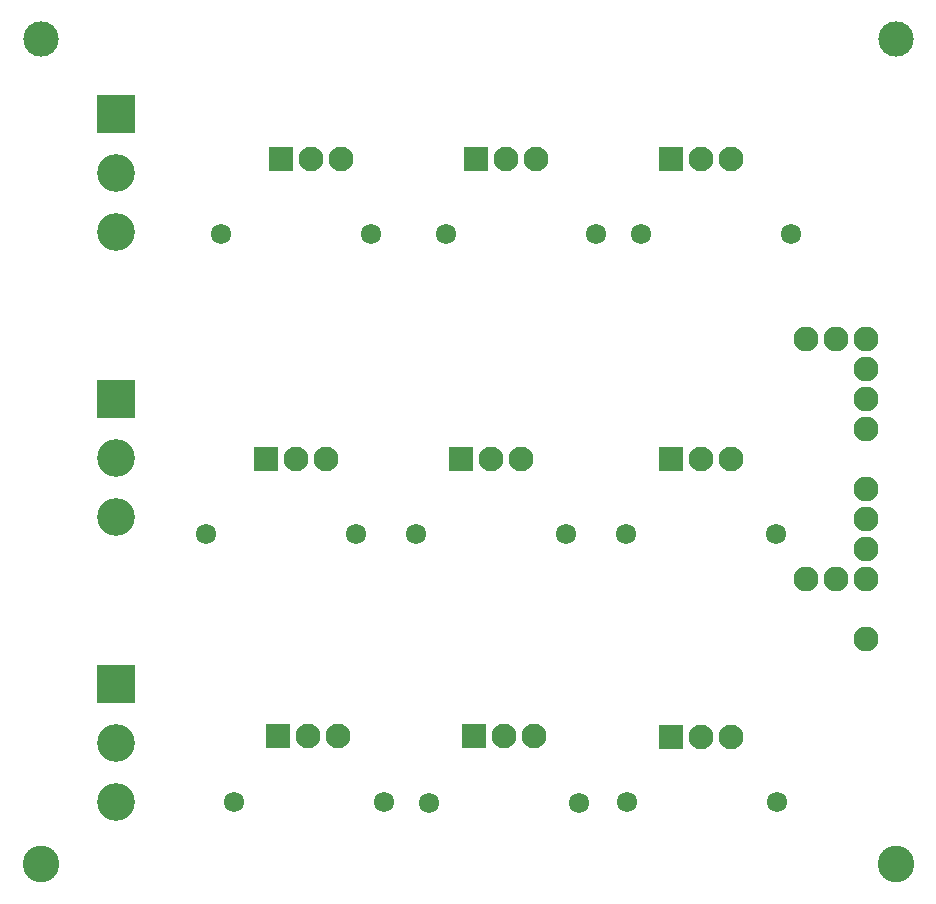
<source format=gbr>
G04 DipTrace 3.2.0.1*
G04 TopMask.gbr*
%MOIN*%
G04 #@! TF.FileFunction,Soldermask,Top*
G04 #@! TF.Part,Single*
%ADD24C,0.11811*%
%ADD25C,0.122047*%
%ADD31C,0.067874*%
%ADD33C,0.067874*%
%ADD35C,0.082677*%
%ADD37R,0.082677X0.082677*%
%ADD39C,0.082874*%
%ADD41C,0.125984*%
%ADD43R,0.125984X0.125984*%
%FSLAX26Y26*%
G04*
G70*
G90*
G75*
G01*
G04 TopMask*
%LPD*%
D43*
X793701Y3043701D3*
D41*
Y2846850D3*
Y2650000D3*
D43*
Y2093701D3*
D41*
Y1896850D3*
Y1700000D3*
D43*
Y1143701D3*
D41*
Y946850D3*
Y750000D3*
D39*
X3293701Y2293701D3*
Y2193701D3*
Y2093701D3*
Y1293701D3*
Y1793701D3*
Y1693701D3*
Y1593701D3*
Y1993701D3*
Y1493701D3*
X3093701D3*
Y2293701D3*
X3193701D3*
Y1493701D3*
D37*
X1343701Y2893701D3*
D35*
X1443701D3*
X1543701D3*
D37*
X1993701D3*
D35*
X2093701D3*
X2193701D3*
D37*
X2643701D3*
D35*
X2743701D3*
X2843701D3*
D37*
X1293701Y1893701D3*
D35*
X1393701D3*
X1493701D3*
D37*
X1943701D3*
D35*
X2043701D3*
X2143701D3*
D37*
X2643701D3*
D35*
X2743701D3*
X2843701D3*
D37*
X1334129Y970304D3*
D35*
X1434129D3*
X1534129D3*
D37*
X1987563Y970597D3*
D35*
X2087563D3*
X2187563D3*
D37*
X2643402Y968845D3*
D35*
X2743402D3*
X2843402D3*
D33*
X1643701Y2643701D3*
D31*
X1143701D3*
D33*
X2393701D3*
D31*
X1893701D3*
D33*
X3043701D3*
D31*
X2543701D3*
D33*
X1593701Y1643701D3*
D31*
X1093701D3*
D33*
X2293701D3*
D31*
X1793701D3*
D33*
X2993701D3*
D31*
X2493701D3*
D33*
X1687488Y750660D3*
D31*
X1187488D3*
D33*
X2339045Y748697D3*
D31*
X1839045D3*
D33*
X2998178Y749388D3*
D31*
X2498178D3*
D24*
X543701Y3293701D3*
D25*
Y543701D3*
X3393701D3*
D24*
Y3293701D3*
M02*

</source>
